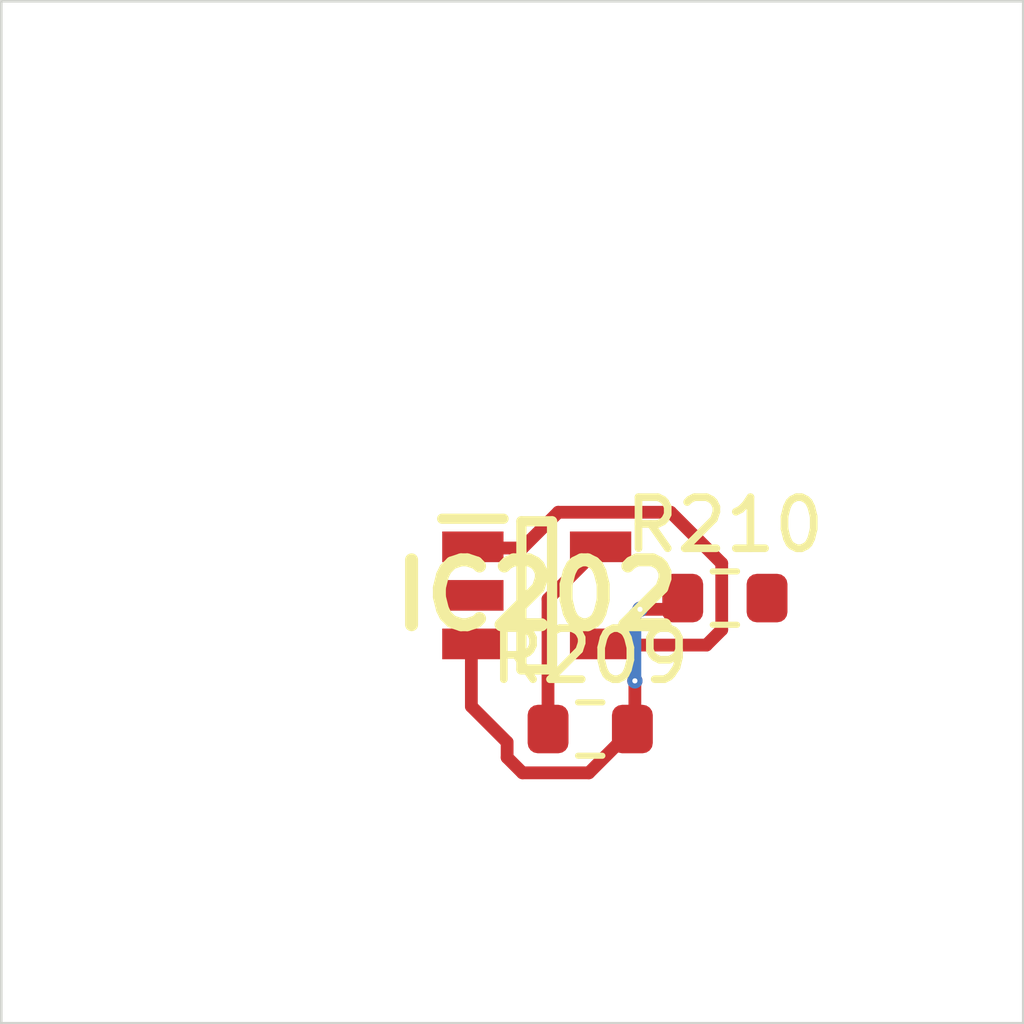
<source format=kicad_pcb>
 ( kicad_pcb  ( version 20171130 )
 ( host pcbnew 5.1.12-84ad8e8a86~92~ubuntu18.04.1 )
 ( general  ( thickness 1.6 )
 ( drawings 4 )
 ( tracks 0 )
 ( zones 0 )
 ( modules 3 )
 ( nets 5 )
)
 ( page A4 )
 ( layers  ( 0 F.Cu signal )
 ( 31 B.Cu signal )
 ( 32 B.Adhes user )
 ( 33 F.Adhes user )
 ( 34 B.Paste user )
 ( 35 F.Paste user )
 ( 36 B.SilkS user )
 ( 37 F.SilkS user )
 ( 38 B.Mask user )
 ( 39 F.Mask user )
 ( 40 Dwgs.User user )
 ( 41 Cmts.User user )
 ( 42 Eco1.User user )
 ( 43 Eco2.User user )
 ( 44 Edge.Cuts user )
 ( 45 Margin user )
 ( 46 B.CrtYd user )
 ( 47 F.CrtYd user )
 ( 48 B.Fab user )
 ( 49 F.Fab user )
)
 ( setup  ( last_trace_width 0.25 )
 ( trace_clearance 0.2 )
 ( zone_clearance 0.508 )
 ( zone_45_only no )
 ( trace_min 0.2 )
 ( via_size 0.8 )
 ( via_drill 0.4 )
 ( via_min_size 0.4 )
 ( via_min_drill 0.3 )
 ( uvia_size 0.3 )
 ( uvia_drill 0.1 )
 ( uvias_allowed no )
 ( uvia_min_size 0.2 )
 ( uvia_min_drill 0.1 )
 ( edge_width 0.05 )
 ( segment_width 0.2 )
 ( pcb_text_width 0.3 )
 ( pcb_text_size 1.5 1.5 )
 ( mod_edge_width 0.12 )
 ( mod_text_size 1 1 )
 ( mod_text_width 0.15 )
 ( pad_size 1.524 1.524 )
 ( pad_drill 0.762 )
 ( pad_to_mask_clearance 0 )
 ( aux_axis_origin 0 0 )
 ( visible_elements FFFFFF7F )
 ( pcbplotparams  ( layerselection 0x010fc_ffffffff )
 ( usegerberextensions false )
 ( usegerberattributes true )
 ( usegerberadvancedattributes true )
 ( creategerberjobfile true )
 ( excludeedgelayer true )
 ( linewidth 0.100000 )
 ( plotframeref false )
 ( viasonmask false )
 ( mode 1 )
 ( useauxorigin false )
 ( hpglpennumber 1 )
 ( hpglpenspeed 20 )
 ( hpglpendiameter 15.000000 )
 ( psnegative false )
 ( psa4output false )
 ( plotreference true )
 ( plotvalue true )
 ( plotinvisibletext false )
 ( padsonsilk false )
 ( subtractmaskfromsilk false )
 ( outputformat 1 )
 ( mirror false )
 ( drillshape 1 )
 ( scaleselection 1 )
 ( outputdirectory "" )
)
)
 ( net 0 "" )
 ( net 1 GND )
 ( net 2 VDDA )
 ( net 3 /Sheet6235D886/vp )
 ( net 4 "Net-(IC202-Pad3)" )
 ( net_class Default "This is the default net class."  ( clearance 0.2 )
 ( trace_width 0.25 )
 ( via_dia 0.8 )
 ( via_drill 0.4 )
 ( uvia_dia 0.3 )
 ( uvia_drill 0.1 )
 ( add_net /Sheet6235D886/vp )
 ( add_net GND )
 ( add_net "Net-(IC202-Pad3)" )
 ( add_net VDDA )
)
 ( module SOT95P280X145-5N locked  ( layer F.Cu )
 ( tedit 62336ED7 )
 ( tstamp 623423ED )
 ( at 90.479100 111.627000 )
 ( descr DBV0005A )
 ( tags "Integrated Circuit" )
 ( path /6235D887/6266C08E )
 ( attr smd )
 ( fp_text reference IC202  ( at 0 0 )
 ( layer F.SilkS )
 ( effects  ( font  ( size 1.27 1.27 )
 ( thickness 0.254 )
)
)
)
 ( fp_text value TL071HIDBVR  ( at 0 0 )
 ( layer F.SilkS )
hide  ( effects  ( font  ( size 1.27 1.27 )
 ( thickness 0.254 )
)
)
)
 ( fp_line  ( start -1.85 -1.5 )
 ( end -0.65 -1.5 )
 ( layer F.SilkS )
 ( width 0.2 )
)
 ( fp_line  ( start -0.3 1.45 )
 ( end -0.3 -1.45 )
 ( layer F.SilkS )
 ( width 0.2 )
)
 ( fp_line  ( start 0.3 1.45 )
 ( end -0.3 1.45 )
 ( layer F.SilkS )
 ( width 0.2 )
)
 ( fp_line  ( start 0.3 -1.45 )
 ( end 0.3 1.45 )
 ( layer F.SilkS )
 ( width 0.2 )
)
 ( fp_line  ( start -0.3 -1.45 )
 ( end 0.3 -1.45 )
 ( layer F.SilkS )
 ( width 0.2 )
)
 ( fp_line  ( start -0.8 -0.5 )
 ( end 0.15 -1.45 )
 ( layer Dwgs.User )
 ( width 0.1 )
)
 ( fp_line  ( start -0.8 1.45 )
 ( end -0.8 -1.45 )
 ( layer Dwgs.User )
 ( width 0.1 )
)
 ( fp_line  ( start 0.8 1.45 )
 ( end -0.8 1.45 )
 ( layer Dwgs.User )
 ( width 0.1 )
)
 ( fp_line  ( start 0.8 -1.45 )
 ( end 0.8 1.45 )
 ( layer Dwgs.User )
 ( width 0.1 )
)
 ( fp_line  ( start -0.8 -1.45 )
 ( end 0.8 -1.45 )
 ( layer Dwgs.User )
 ( width 0.1 )
)
 ( fp_line  ( start -2.1 1.775 )
 ( end -2.1 -1.775 )
 ( layer Dwgs.User )
 ( width 0.05 )
)
 ( fp_line  ( start 2.1 1.775 )
 ( end -2.1 1.775 )
 ( layer Dwgs.User )
 ( width 0.05 )
)
 ( fp_line  ( start 2.1 -1.775 )
 ( end 2.1 1.775 )
 ( layer Dwgs.User )
 ( width 0.05 )
)
 ( fp_line  ( start -2.1 -1.775 )
 ( end 2.1 -1.775 )
 ( layer Dwgs.User )
 ( width 0.05 )
)
 ( pad 1 smd rect  ( at -1.25 -0.95 90.000000 )
 ( size 0.6 1.2 )
 ( layers F.Cu F.Mask F.Paste )
 ( net 3 /Sheet6235D886/vp )
)
 ( pad 2 smd rect  ( at -1.25 0 90.000000 )
 ( size 0.6 1.2 )
 ( layers F.Cu F.Mask F.Paste )
 ( net 1 GND )
)
 ( pad 3 smd rect  ( at -1.25 0.95 90.000000 )
 ( size 0.6 1.2 )
 ( layers F.Cu F.Mask F.Paste )
 ( net 4 "Net-(IC202-Pad3)" )
)
 ( pad 4 smd rect  ( at 1.25 0.95 90.000000 )
 ( size 0.6 1.2 )
 ( layers F.Cu F.Mask F.Paste )
 ( net 3 /Sheet6235D886/vp )
)
 ( pad 5 smd rect  ( at 1.25 -0.95 90.000000 )
 ( size 0.6 1.2 )
 ( layers F.Cu F.Mask F.Paste )
 ( net 2 VDDA )
)
)
 ( module Resistor_SMD:R_0603_1608Metric  ( layer F.Cu )
 ( tedit 5F68FEEE )
 ( tstamp 62342595 )
 ( at 91.526100 114.243000 )
 ( descr "Resistor SMD 0603 (1608 Metric), square (rectangular) end terminal, IPC_7351 nominal, (Body size source: IPC-SM-782 page 72, https://www.pcb-3d.com/wordpress/wp-content/uploads/ipc-sm-782a_amendment_1_and_2.pdf), generated with kicad-footprint-generator" )
 ( tags resistor )
 ( path /6235D887/623CDBD9 )
 ( attr smd )
 ( fp_text reference R209  ( at 0 -1.43 )
 ( layer F.SilkS )
 ( effects  ( font  ( size 1 1 )
 ( thickness 0.15 )
)
)
)
 ( fp_text value 100k  ( at 0 1.43 )
 ( layer F.Fab )
 ( effects  ( font  ( size 1 1 )
 ( thickness 0.15 )
)
)
)
 ( fp_line  ( start -0.8 0.4125 )
 ( end -0.8 -0.4125 )
 ( layer F.Fab )
 ( width 0.1 )
)
 ( fp_line  ( start -0.8 -0.4125 )
 ( end 0.8 -0.4125 )
 ( layer F.Fab )
 ( width 0.1 )
)
 ( fp_line  ( start 0.8 -0.4125 )
 ( end 0.8 0.4125 )
 ( layer F.Fab )
 ( width 0.1 )
)
 ( fp_line  ( start 0.8 0.4125 )
 ( end -0.8 0.4125 )
 ( layer F.Fab )
 ( width 0.1 )
)
 ( fp_line  ( start -0.237258 -0.5225 )
 ( end 0.237258 -0.5225 )
 ( layer F.SilkS )
 ( width 0.12 )
)
 ( fp_line  ( start -0.237258 0.5225 )
 ( end 0.237258 0.5225 )
 ( layer F.SilkS )
 ( width 0.12 )
)
 ( fp_line  ( start -1.48 0.73 )
 ( end -1.48 -0.73 )
 ( layer F.CrtYd )
 ( width 0.05 )
)
 ( fp_line  ( start -1.48 -0.73 )
 ( end 1.48 -0.73 )
 ( layer F.CrtYd )
 ( width 0.05 )
)
 ( fp_line  ( start 1.48 -0.73 )
 ( end 1.48 0.73 )
 ( layer F.CrtYd )
 ( width 0.05 )
)
 ( fp_line  ( start 1.48 0.73 )
 ( end -1.48 0.73 )
 ( layer F.CrtYd )
 ( width 0.05 )
)
 ( fp_text user %R  ( at 0 0 )
 ( layer F.Fab )
 ( effects  ( font  ( size 0.4 0.4 )
 ( thickness 0.06 )
)
)
)
 ( pad 1 smd roundrect  ( at -0.825 0 )
 ( size 0.8 0.95 )
 ( layers F.Cu F.Mask F.Paste )
 ( roundrect_rratio 0.25 )
 ( net 2 VDDA )
)
 ( pad 2 smd roundrect  ( at 0.825 0 )
 ( size 0.8 0.95 )
 ( layers F.Cu F.Mask F.Paste )
 ( roundrect_rratio 0.25 )
 ( net 4 "Net-(IC202-Pad3)" )
)
 ( model ${KISYS3DMOD}/Resistor_SMD.3dshapes/R_0603_1608Metric.wrl  ( at  ( xyz 0 0 0 )
)
 ( scale  ( xyz 1 1 1 )
)
 ( rotate  ( xyz 0 0 0 )
)
)
)
 ( module Resistor_SMD:R_0603_1608Metric  ( layer F.Cu )
 ( tedit 5F68FEEE )
 ( tstamp 623425A6 )
 ( at 94.161800 111.680000 )
 ( descr "Resistor SMD 0603 (1608 Metric), square (rectangular) end terminal, IPC_7351 nominal, (Body size source: IPC-SM-782 page 72, https://www.pcb-3d.com/wordpress/wp-content/uploads/ipc-sm-782a_amendment_1_and_2.pdf), generated with kicad-footprint-generator" )
 ( tags resistor )
 ( path /6235D887/623CDBDF )
 ( attr smd )
 ( fp_text reference R210  ( at 0 -1.43 )
 ( layer F.SilkS )
 ( effects  ( font  ( size 1 1 )
 ( thickness 0.15 )
)
)
)
 ( fp_text value 100k  ( at 0 1.43 )
 ( layer F.Fab )
 ( effects  ( font  ( size 1 1 )
 ( thickness 0.15 )
)
)
)
 ( fp_line  ( start 1.48 0.73 )
 ( end -1.48 0.73 )
 ( layer F.CrtYd )
 ( width 0.05 )
)
 ( fp_line  ( start 1.48 -0.73 )
 ( end 1.48 0.73 )
 ( layer F.CrtYd )
 ( width 0.05 )
)
 ( fp_line  ( start -1.48 -0.73 )
 ( end 1.48 -0.73 )
 ( layer F.CrtYd )
 ( width 0.05 )
)
 ( fp_line  ( start -1.48 0.73 )
 ( end -1.48 -0.73 )
 ( layer F.CrtYd )
 ( width 0.05 )
)
 ( fp_line  ( start -0.237258 0.5225 )
 ( end 0.237258 0.5225 )
 ( layer F.SilkS )
 ( width 0.12 )
)
 ( fp_line  ( start -0.237258 -0.5225 )
 ( end 0.237258 -0.5225 )
 ( layer F.SilkS )
 ( width 0.12 )
)
 ( fp_line  ( start 0.8 0.4125 )
 ( end -0.8 0.4125 )
 ( layer F.Fab )
 ( width 0.1 )
)
 ( fp_line  ( start 0.8 -0.4125 )
 ( end 0.8 0.4125 )
 ( layer F.Fab )
 ( width 0.1 )
)
 ( fp_line  ( start -0.8 -0.4125 )
 ( end 0.8 -0.4125 )
 ( layer F.Fab )
 ( width 0.1 )
)
 ( fp_line  ( start -0.8 0.4125 )
 ( end -0.8 -0.4125 )
 ( layer F.Fab )
 ( width 0.1 )
)
 ( fp_text user %R  ( at 0 0 )
 ( layer F.Fab )
 ( effects  ( font  ( size 0.4 0.4 )
 ( thickness 0.06 )
)
)
)
 ( pad 2 smd roundrect  ( at 0.825 0 )
 ( size 0.8 0.95 )
 ( layers F.Cu F.Mask F.Paste )
 ( roundrect_rratio 0.25 )
 ( net 1 GND )
)
 ( pad 1 smd roundrect  ( at -0.825 0 )
 ( size 0.8 0.95 )
 ( layers F.Cu F.Mask F.Paste )
 ( roundrect_rratio 0.25 )
 ( net 4 "Net-(IC202-Pad3)" )
)
 ( model ${KISYS3DMOD}/Resistor_SMD.3dshapes/R_0603_1608Metric.wrl  ( at  ( xyz 0 0 0 )
)
 ( scale  ( xyz 1 1 1 )
)
 ( rotate  ( xyz 0 0 0 )
)
)
)
 ( gr_line  ( start 100 100 )
 ( end 100 120 )
 ( layer Edge.Cuts )
 ( width 0.05 )
 ( tstamp 62E770C4 )
)
 ( gr_line  ( start 80 120 )
 ( end 100 120 )
 ( layer Edge.Cuts )
 ( width 0.05 )
 ( tstamp 62E770C0 )
)
 ( gr_line  ( start 80 100 )
 ( end 100 100 )
 ( layer Edge.Cuts )
 ( width 0.05 )
 ( tstamp 6234110C )
)
 ( gr_line  ( start 80 100 )
 ( end 80 120 )
 ( layer Edge.Cuts )
 ( width 0.05 )
)
 ( segment  ( start 90.700001 114.200002 )
 ( end 90.700001 111.700002 )
 ( width 0.250000 )
 ( layer F.Cu )
 ( net 2 )
)
 ( segment  ( start 90.700001 111.700002 )
 ( end 91.700001 110.700002 )
 ( width 0.250000 )
 ( layer F.Cu )
 ( net 2 )
)
 ( segment  ( start 91.700001 112.600002 )
 ( end 93.800001 112.600002 )
 ( width 0.250000 )
 ( layer F.Cu )
 ( net 3 )
)
 ( segment  ( start 93.800001 112.600002 )
 ( end 94.100001 112.300002 )
 ( width 0.250000 )
 ( layer F.Cu )
 ( net 3 )
)
 ( segment  ( start 94.100001 112.300002 )
 ( end 94.100001 111.000002 )
 ( width 0.250000 )
 ( layer F.Cu )
 ( net 3 )
)
 ( segment  ( start 94.100001 111.000002 )
 ( end 93.100001 110.000002 )
 ( width 0.250000 )
 ( layer F.Cu )
 ( net 3 )
)
 ( segment  ( start 93.100001 110.000002 )
 ( end 90.900001 110.000002 )
 ( width 0.250000 )
 ( layer F.Cu )
 ( net 3 )
)
 ( segment  ( start 90.900001 110.000002 )
 ( end 90.200001 110.700002 )
 ( width 0.250000 )
 ( layer F.Cu )
 ( net 3 )
)
 ( segment  ( start 90.200001 110.700002 )
 ( end 89.200001 110.700002 )
 ( width 0.250000 )
 ( layer F.Cu )
 ( net 3 )
)
 ( segment  ( start 92.400001 114.200002 )
 ( end 91.500001 115.100002 )
 ( width 0.250000 )
 ( layer F.Cu )
 ( net 4 )
)
 ( segment  ( start 91.500001 115.100002 )
 ( end 90.200001 115.100002 )
 ( width 0.250000 )
 ( layer F.Cu )
 ( net 4 )
)
 ( segment  ( start 90.200001 115.100002 )
 ( end 89.900001 114.800002 )
 ( width 0.250000 )
 ( layer F.Cu )
 ( net 4 )
)
 ( segment  ( start 89.900001 114.800002 )
 ( end 89.900001 114.500002 )
 ( width 0.250000 )
 ( layer F.Cu )
 ( net 4 )
)
 ( segment  ( start 89.900001 114.500002 )
 ( end 89.200001 113.800002 )
 ( width 0.250000 )
 ( layer F.Cu )
 ( net 4 )
)
 ( segment  ( start 89.200001 113.800002 )
 ( end 89.200001 112.600002 )
 ( width 0.250000 )
 ( layer F.Cu )
 ( net 4 )
)
 ( segment  ( start 93.300001 111.700002 )
 ( end 93.100001 111.900002 )
 ( width 0.250000 )
 ( layer F.Cu )
 ( net 4 )
)
 ( segment  ( start 93.100001 111.900002 )
 ( end 92.500001 111.900002 )
 ( width 0.250000 )
 ( layer F.Cu )
 ( net 4 )
)
 ( segment  ( start 92.500001 111.900002 )
 ( end 92.400001 112.000002 )
 ( width 0.250000 )
 ( layer B.Cu )
 ( net 4 )
)
 ( segment  ( start 92.400001 112.000002 )
 ( end 92.400001 113.300002 )
 ( width 0.250000 )
 ( layer B.Cu )
 ( net 4 )
)
 ( segment  ( start 92.400001 113.300002 )
 ( end 92.400001 114.200002 )
 ( width 0.250000 )
 ( layer F.Cu )
 ( net 4 )
)
 ( via micro  ( at 92.500001 111.900002 )
 ( size 0.300000 )
 ( drill 0.100000 )
 ( layers F.Cu B.Cu )
 ( net 4 )
)
 ( via micro  ( at 92.400001 113.300002 )
 ( size 0.300000 )
 ( drill 0.100000 )
 ( layers F.Cu B.Cu )
 ( net 4 )
)
)

</source>
